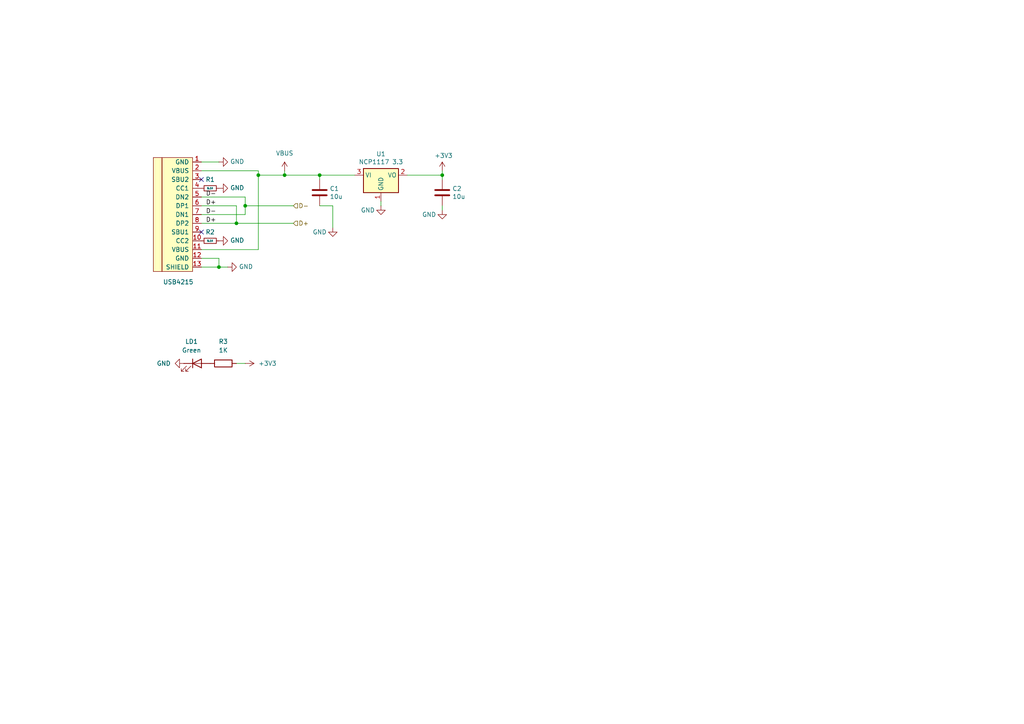
<source format=kicad_sch>
(kicad_sch (version 20250114) (generator "eeschema") (generator_version "9.0")
  (paper "A4")
  (title_block (title "MiniFRANK RM1E") (date "2025-03-24") (rev "1.00") (company "Mikhail Matveev") (comment 1 "https://github.com/xtremespb/frank"))
  (lib_symbols
    (symbol "+3V3_1" (power) (pin_numbers (hide yes)) (pin_names (offset 0) (hide yes))
      (property "Value" "+3V3" (at 0 3.556 0))
      (symbol "+3V3_1_0_1"
        (polyline (pts (xy -0.762 1.27) (xy 0 2.54)))
        (polyline (pts (xy 0 2.54) (xy 0.762 1.27)))
        (polyline (pts (xy 0 0) (xy 0 2.54)))
      )
      (symbol "+3V3_1_1_1"
        (pin power_in line (at 0 0 90) (length 0) (name "~") (number "1"))
      )
    )
    (symbol "Device:C" (pin_numbers (hide yes)) (pin_names (offset 0.254))
      (property "Reference" "C" (at 0.635 2.54 0))
      (property "Value" "C" (at 0.635 -2.54 0))
      (symbol "C_0_1"
        (polyline (pts (xy -2.032 0.762) (xy 2.032 0.762)) (stroke (width 0.508)))
        (polyline (pts (xy -2.032 -0.762) (xy 2.032 -0.762)) (stroke (width 0.508)))
      )
      (symbol "C_1_1"
        (pin passive line (at 0 3.81 270) (length 2.794) (name "~") (number "1"))
        (pin passive line (at 0 -3.81 90) (length 2.794) (name "~") (number "2"))
      )
    )
    (symbol "Device:LED" (pin_numbers (hide yes)) (pin_names (offset 1.016) (hide yes))
      (property "Reference" "D" (at 0 2.54 0))
      (property "Value" "LED" (at 0 -2.54 0))
      (symbol "LED_0_1"
        (polyline (pts (xy -3.048 -0.762) (xy -4.572 -2.286) (xy -3.81 -2.286) (xy -4.572 -2.286) (xy -4.572 -1.524)))
        (polyline (pts (xy -1.778 -0.762) (xy -3.302 -2.286) (xy -2.54 -2.286) (xy -3.302 -2.286) (xy -3.302 -1.524)))
        (polyline (pts (xy -1.27 0) (xy 1.27 0)))
        (polyline (pts (xy -1.27 -1.27) (xy -1.27 1.27)) (stroke (width 0.254)))
        (polyline (pts (xy 1.27 -1.27) (xy 1.27 1.27) (xy -1.27 0) (xy 1.27 -1.27)) (stroke (width 0.254)))
      )
      (symbol "LED_1_1"
        (pin passive line (at -3.81 0 0) (length 2.54) (name "K") (number "1"))
        (pin passive line (at 3.81 0 180) (length 2.54) (name "A") (number "2"))
      )
    )
    (symbol "Device:R" (pin_numbers (hide yes)) (pin_names (offset 0))
      (property "Reference" "R" (at 2.032 0 90))
      (property "Value" "R" (at 0 0 90))
      (symbol "R_0_1"
        (rectangle (start -1.016 -2.54) (end 1.016 2.54) (stroke (width 0.254)))
      )
      (symbol "R_1_1"
        (pin passive line (at 0 3.81 270) (length 1.27) (name "~") (number "1"))
        (pin passive line (at 0 -3.81 90) (length 1.27) (name "~") (number "2"))
      )
    )
    (symbol "Device:R_Small" (pin_numbers (hide yes)) (pin_names (offset 0.254) (hide yes))
      (property "Reference" "R" (at 0.762 0.508 0))
      (property "Value" "R_Small" (at 0.762 -1.016 0))
      (symbol "R_Small_0_1"
        (rectangle (start -0.762 1.778) (end 0.762 -1.778) (stroke (width 0.2032)))
      )
      (symbol "R_Small_1_1"
        (pin passive line (at 0 2.54 270) (length 0.762) (name "~") (number "1"))
        (pin passive line (at 0 -2.54 90) (length 0.762) (name "~") (number "2"))
      )
    )
    (symbol "FRANK:USB-C" (pin_names (offset 1.016))
      (property "Value" "USB Type C" (at 0.254 -20.828 0))
      (symbol "USB-C_0_1"
        (rectangle (start -11.43 15.24) (end -8.89 -17.78) (fill (type background)))
        (rectangle (start 0 -17.78) (end -8.89 15.24) (fill (type background)))
      )
      (symbol "USB-C_1_1"
        (pin input line (at 2.54 13.97 180) (length 2.54) (name "GND") (number "1"))
        (pin input line (at 2.54 11.43 180) (length 2.54) (name "VBUS") (number "2"))
        (pin input line (at 2.54 8.89 180) (length 2.54) (name "SBU2") (number "3"))
        (pin input line (at 2.54 6.35 180) (length 2.54) (name "CC1") (number "4"))
        (pin input line (at 2.54 3.81 180) (length 2.54) (name "DN2") (number "5"))
        (pin input line (at 2.54 1.27 180) (length 2.54) (name "DP1") (number "6"))
        (pin input line (at 2.54 -1.27 180) (length 2.54) (name "DN1") (number "7"))
        (pin input line (at 2.54 -3.81 180) (length 2.54) (name "DP2") (number "8"))
        (pin input line (at 2.54 -6.35 180) (length 2.54) (name "SBU1") (number "9"))
        (pin input line (at 2.54 -8.89 180) (length 2.54) (name "CC2") (number "10"))
        (pin input line (at 2.54 -11.43 180) (length 2.54) (name "VBUS") (number "11"))
        (pin input line (at 2.54 -13.97 180) (length 2.54) (name "GND") (number "12"))
        (pin input line (at 2.54 -16.51 180) (length 2.54) (name "SHIELD") (number "13"))
      )
    )
    (symbol "GND_1" (power) (pin_numbers (hide yes)) (pin_names (offset 0) (hide yes))
      (property "Value" "GND" (at 0 -3.81 0))
      (symbol "GND_1_0_1"
        (polyline (pts (xy 0 0) (xy 0 -1.27) (xy 1.27 -1.27) (xy 0 -2.54) (xy -1.27 -1.27) (xy 0 -1.27)))
      )
      (symbol "GND_1_1_1"
        (pin power_in line (at 0 0 270) (length 0) (name "~") (number "1"))
      )
    )
    (symbol "GND_2" (power) (pin_numbers (hide yes)) (pin_names (offset 0) (hide yes))
      (property "Value" "GND" (at 0 -3.81 0))
      (symbol "GND_2_0_1"
        (polyline (pts (xy 0 0) (xy 0 -1.27) (xy 1.27 -1.27) (xy 0 -2.54) (xy -1.27 -1.27) (xy 0 -1.27)))
      )
      (symbol "GND_2_1_1"
        (pin power_in line (at 0 0 270) (length 0) (name "~") (number "1"))
      )
    )
    (symbol "GND_3" (power) (pin_numbers (hide yes)) (pin_names (offset 0) (hide yes))
      (property "Value" "GND" (at 0 -3.81 0))
      (symbol "GND_3_0_1"
        (polyline (pts (xy 0 0) (xy 0 -1.27) (xy 1.27 -1.27) (xy 0 -2.54) (xy -1.27 -1.27) (xy 0 -1.27)))
      )
      (symbol "GND_3_1_1"
        (pin power_in line (at 0 0 270) (length 0) (name "~") (number "1"))
      )
    )
    (symbol "GND_4" (power) (pin_numbers (hide yes)) (pin_names (offset 0) (hide yes))
      (property "Value" "GND" (at 0 -3.81 0))
      (symbol "GND_4_0_1"
        (polyline (pts (xy 0 0) (xy 0 -1.27) (xy 1.27 -1.27) (xy 0 -2.54) (xy -1.27 -1.27) (xy 0 -1.27)))
      )
      (symbol "GND_4_1_1"
        (pin power_in line (at 0 0 270) (length 0) (name "~") (number "1"))
      )
    )
    (symbol "GND_5" (power) (pin_numbers (hide yes)) (pin_names (offset 0) (hide yes))
      (property "Value" "GND" (at 0 -3.81 0))
      (symbol "GND_5_0_1"
        (polyline (pts (xy 0 0) (xy 0 -1.27) (xy 1.27 -1.27) (xy 0 -2.54) (xy -1.27 -1.27) (xy 0 -1.27)))
      )
      (symbol "GND_5_1_1"
        (pin power_in line (at 0 0 270) (length 0) (name "~") (number "1"))
      )
    )
    (symbol "GND_6" (power) (pin_numbers (hide yes)) (pin_names (offset 0) (hide yes))
      (property "Value" "GND" (at 0 -3.81 0))
      (symbol "GND_6_0_1"
        (polyline (pts (xy 0 0) (xy 0 -1.27) (xy 1.27 -1.27) (xy 0 -2.54) (xy -1.27 -1.27) (xy 0 -1.27)))
      )
      (symbol "GND_6_1_1"
        (pin power_in line (at 0 0 270) (length 0) (name "~") (number "1"))
      )
    )
    (symbol "GND_7" (power) (pin_numbers (hide yes)) (pin_names (offset 0) (hide yes))
      (property "Value" "GND" (at 0 -3.81 0))
      (symbol "GND_7_0_1"
        (polyline (pts (xy 0 0) (xy 0 -1.27) (xy 1.27 -1.27) (xy 0 -2.54) (xy -1.27 -1.27) (xy 0 -1.27)))
      )
      (symbol "GND_7_1_1"
        (pin power_in line (at 0 0 270) (length 0) (name "~") (number "1"))
      )
    )
    (symbol "Regulator_Linear:NCP1117-3.3_SOT223"
      (property "Reference" "U" (at -3.81 3.175 0))
      (property "Value" "NCP1117-3.3_SOT223" (at 0 3.175 0))
      (symbol "NCP1117-3.3_SOT223_0_1"
        (rectangle (start -5.08 -5.08) (end 5.08 1.905) (stroke (width 0.254)) (fill (type background)))
      )
      (symbol "NCP1117-3.3_SOT223_1_1"
        (pin power_in line (at -7.62 0 0) (length 2.54) (name "VI") (number "3"))
        (pin power_in line (at 0 -7.62 90) (length 2.54) (name "GND") (number "1"))
        (pin power_out line (at 7.62 0 180) (length 2.54) (name "VO") (number "2"))
      )
    )
    (symbol "power:+3V3" (power) (pin_numbers (hide yes)) (pin_names (offset 0) (hide yes))
      (property "Value" "+3V3" (at 0 3.556 0))
      (symbol "+3V3_0_1"
        (polyline (pts (xy -0.762 1.27) (xy 0 2.54)))
        (polyline (pts (xy 0 2.54) (xy 0.762 1.27)))
        (polyline (pts (xy 0 0) (xy 0 2.54)))
      )
      (symbol "+3V3_1_1"
        (pin power_in line (at 0 0 90) (length 0) (name "~") (number "1"))
      )
    )
    (symbol "power:GND" (power) (pin_numbers (hide yes)) (pin_names (offset 0) (hide yes))
      (property "Value" "GND" (at 0 -3.81 0))
      (symbol "GND_0_1"
        (polyline (pts (xy 0 0) (xy 0 -1.27) (xy 1.27 -1.27) (xy 0 -2.54) (xy -1.27 -1.27) (xy 0 -1.27)))
      )
      (symbol "GND_1_1"
        (pin power_in line (at 0 0 270) (length 0) (name "~") (number "1"))
      )
    )
    (symbol "power:VBUS" (power) (pin_numbers (hide yes)) (pin_names (offset 0) (hide yes))
      (property "Value" "VBUS" (at 0 3.556 0))
      (symbol "VBUS_0_1"
        (polyline (pts (xy -0.762 1.27) (xy 0 2.54)))
        (polyline (pts (xy 0 2.54) (xy 0.762 1.27)))
        (polyline (pts (xy 0 0) (xy 0 2.54)))
      )
      (symbol "VBUS_1_1"
        (pin power_in line (at 0 0 90) (length 0) (name "~") (number "1"))
      )
    )
  )
  (junction (at 74.93 50.8))
  (junction (at 68.58 64.77))
  (junction (at 82.55 50.8))
  (junction (at 92.71 50.8))
  (junction (at 63.5 77.47))
  (junction (at 128.27 50.8))
  (junction (at 71.12 59.69))
  (no_connect (at 58.42 67.31))
  (no_connect (at 58.42 52.07))
  (wire (pts (xy 58.42 49.53) (xy 74.93 49.53)))
  (wire (pts (xy 58.42 59.69) (xy 68.58 59.69)))
  (wire (pts (xy 82.55 50.8) (xy 92.71 50.8)))
  (wire (pts (xy 102.87 50.8) (xy 92.71 50.8)))
  (wire (pts (xy 128.27 50.8) (xy 128.27 49.53)))
  (wire (pts (xy 63.5 77.47) (xy 66.04 77.47)))
  (wire (pts (xy 82.55 49.53) (xy 82.55 50.8)))
  (wire (pts (xy 63.5 74.93) (xy 63.5 77.47)))
  (wire (pts (xy 74.93 72.39) (xy 58.42 72.39)))
  (wire (pts (xy 92.71 52.07) (xy 92.71 50.8)))
  (wire (pts (xy 128.27 52.07) (xy 128.27 50.8)))
  (wire (pts (xy 96.52 59.69) (xy 92.71 59.69)))
  (wire (pts (xy 118.11 50.8) (xy 128.27 50.8)))
  (wire (pts (xy 58.42 57.15) (xy 71.12 57.15)))
  (wire (pts (xy 58.42 62.23) (xy 71.12 62.23)))
  (wire (pts (xy 71.12 59.69) (xy 85.09 59.69)))
  (wire (pts (xy 74.93 50.8) (xy 74.93 72.39)))
  (wire (pts (xy 74.93 49.53) (xy 74.93 50.8)))
  (wire (pts (xy 71.12 59.69) (xy 71.12 62.23)))
  (wire (pts (xy 58.42 46.99) (xy 63.5 46.99)))
  (wire (pts (xy 128.27 59.69) (xy 128.27 60.96)))
  (wire (pts (xy 58.42 77.47) (xy 63.5 77.47)))
  (wire (pts (xy 58.42 64.77) (xy 68.58 64.77)))
  (wire (pts (xy 96.52 59.69) (xy 96.52 66.04)))
  (wire (pts (xy 58.42 74.93) (xy 63.5 74.93)))
  (wire (pts (xy 71.12 57.15) (xy 71.12 59.69)))
  (wire (pts (xy 68.58 105.41) (xy 71.12 105.41)))
  (wire (pts (xy 74.93 50.8) (xy 82.55 50.8)))
  (wire (pts (xy 110.49 58.42) (xy 110.49 59.69)))
  (wire (pts (xy 68.58 64.77) (xy 85.09 64.77)))
  (wire (pts (xy 68.58 59.69) (xy 68.58 64.77)))
  (label "D-" (at 59.69 62.23 0))
  (label "D+" (at 59.69 64.77 0))
  (label "D-" (at 59.69 57.15 0))
  (label "D+" (at 59.69 59.69 0))
  (hierarchical_label "D-" (shape input) (at 85.09 59.69 0))
  (hierarchical_label "D+" (shape input) (at 85.09 64.77 0))
  (symbol (lib_name "GND_3") (lib_id "power:GND") (at 96.52 66.04 0) (unit 1)
    (property "Reference" "#PWR012" (effects (hide yes)))
    (property "Value" "GND" (at 92.71 67.31 0))
    (property "Description" "Power symbol creates a global label with name \"GND\" , ground" (effects (hide yes)))
  )
  (symbol (lib_id "power:VBUS") (at 82.55 49.53 0) (unit 1)
    (property "Reference" "#PWR07" (effects (hide yes)))
    (property "Value" "VBUS" (at 82.55 44.45 0))
    (property "Description" "Power symbol creates a global label with name \"VBUS\"" (effects (hide yes)))
  )
  (symbol (lib_name "GND_5") (lib_id "power:GND") (at 63.5 69.85 90) (unit 1)
    (property "Reference" "#PWR013" (effects (hide yes)))
    (property "Value" "GND" (at 66.7512 69.723 90) (effects (justify right)))
    (property "Description" "Power symbol creates a global label with name \"GND\" , ground" (effects (hide yes)))
  )
  (symbol (lib_name "GND_2") (lib_id "power:GND") (at 53.34 105.41 270) (unit 1)
    (property "Reference" "#PWR015" (effects (hide yes)))
    (property "Value" "GND" (at 49.53 105.4099 90) (effects (justify right)))
    (property "Description" "Power symbol creates a global label with name \"GND\" , ground" (effects (hide yes)))
  )
  (symbol (lib_id "Device:LED") (at 57.15 105.41 0) (unit 1)
    (property "Reference" "LD1" (at 55.5625 99.06 0))
    (property "Value" "Green" (at 55.5625 101.6 0))
    (property "Footprint" "FRANK:LED (0805)" (effects (hide yes)))
    (property "Datasheet" "https://www.farnell.com/datasheets/1760130.pdf" (effects (hide yes)))
    (property "Description" "Light emitting diode" (effects (hide yes)))
    (property "AliExpress" "https://www.aliexpress.com/item/1005005975741298.html" (effects (hide yes)))
    (property "Sim.Pins" "1=K 2=A" (effects (hide yes)))
  )
  (symbol (lib_id "Regulator_Linear:NCP1117-3.3_SOT223") (at 110.49 50.8 0) (unit 1)
    (property "Reference" "U1" (at 110.49 44.6532 0))
    (property "Value" "NCP1117 3.3" (at 110.49 46.9646 0))
    (property "Footprint" "FRANK:SOT-223" (effects (hide yes)))
    (property "Datasheet" "http://www.onsemi.com/pub_link/Collateral/NCP1117-D.PDF" (effects (hide yes)))
    (property "AliExpress" "https://www.aliexpress.com/item/1005005802338707.html" (effects (hide yes)))
  )
  (symbol (lib_id "Device:C") (at 128.27 55.88 0) (unit 1)
    (property "Reference" "C2" (at 131.191 54.7116 0) (effects (justify left)))
    (property "Value" "10u" (at 131.191 57.023 0) (effects (justify left)))
    (property "Footprint" "FRANK:Capacitor (0805)" (effects (hide yes)))
    (property "Datasheet" "https://eu.mouser.com/datasheet/2/40/KGM_X7R-3223212.pdf" (effects (hide yes)))
    (property "AliExpress" "https://www.aliexpress.com/item/33008008276.html" (effects (hide yes)))
  )
  (symbol (lib_id "FRANK:USB-C") (at 55.88 60.96 0) (unit 1)
    (property "Reference" "J3" (effects (hide yes)))
    (property "Value" "USB4215" (at 56.134 81.788 0) (effects (justify right)))
    (property "Footprint" "FRANK:USB Type C" (effects (hide yes)))
    (property "Datasheet" "https://eu.mouser.com/datasheet/2/837/usb4215-3472997.pdf" (effects (hide yes)))
    (property "LCSC" "C165948" (effects (hide yes)))
    (property "AliExpress" "https://www.aliexpress.com/item/1005005500797563.html" (effects (hide yes)))
  )
  (symbol (lib_id "Device:C") (at 92.71 55.88 0) (unit 1)
    (property "Reference" "C1" (at 95.631 54.7116 0) (effects (justify left)))
    (property "Value" "10u" (at 95.631 57.023 0) (effects (justify left)))
    (property "Footprint" "FRANK:Capacitor (0805)" (effects (hide yes)))
    (property "Datasheet" "https://eu.mouser.com/datasheet/2/40/KGM_X7R-3223212.pdf" (effects (hide yes)))
    (property "AliExpress" "https://www.aliexpress.com/item/33008008276.html" (effects (hide yes)))
  )
  (symbol (lib_id "Device:R") (at 64.77 105.41 90) (unit 1)
    (property "Reference" "R3" (at 64.77 99.06 90))
    (property "Value" "1K" (at 64.77 101.6 90))
    (property "Footprint" "FRANK:Resistor (0805)" (effects (hide yes)))
    (property "Datasheet" "https://www.vishay.com/docs/28952/mcs0402at-mct0603at-mcu0805at-mca1206at.pdf" (effects (hide yes)))
    (property "Description" "Resistor" (effects (hide yes)))
    (property "AliExpress" "https://www.aliexpress.com/item/1005005945735199.html" (effects (hide yes)))
  )
  (symbol (lib_id "Device:R_Small") (at 60.96 69.85 270) (unit 1)
    (property "Reference" "R2" (at 60.96 67.31 90))
    (property "Value" "5.1K" (at 60.96 69.85 90) (effects (font (size 0.508 0.508))))
    (property "Footprint" "FRANK:Resistor (0805)" (effects (hide yes)))
    (property "Datasheet" "https://www.vishay.com/docs/28952/mcs0402at-mct0603at-mcu0805at-mca1206at.pdf" (effects (hide yes)))
    (property "LCSC" " " (effects (hide yes)))
    (property "AliExpress" "https://www.aliexpress.com/item/1005005945735199.html" (effects (hide yes)))
  )
  (symbol (lib_name "GND_6") (lib_id "power:GND") (at 63.5 54.61 90) (unit 1)
    (property "Reference" "#PWR09" (effects (hide yes)))
    (property "Value" "GND" (at 66.7512 54.483 90) (effects (justify right)))
    (property "Description" "Power symbol creates a global label with name \"GND\" , ground" (effects (hide yes)))
  )
  (symbol (lib_name "GND_1") (lib_id "power:GND") (at 128.27 60.96 0) (unit 1)
    (property "Reference" "#PWR011" (effects (hide yes)))
    (property "Value" "GND" (at 124.46 62.23 0))
    (property "Description" "Power symbol creates a global label with name \"GND\" , ground" (effects (hide yes)))
  )
  (symbol (lib_id "power:+3V3") (at 128.27 49.53 0) (unit 1)
    (property "Reference" "#PWR08" (effects (hide yes)))
    (property "Value" "+3V3" (at 128.651 45.1358 0))
    (property "Description" "Power symbol creates a global label with name \"+3V3\"" (effects (hide yes)))
  )
  (symbol (lib_id "Device:R_Small") (at 60.96 54.61 270) (unit 1)
    (property "Reference" "R1" (at 60.96 52.07 90))
    (property "Value" "5.1K" (at 60.96 54.61 90) (effects (font (size 0.508 0.508))))
    (property "Footprint" "FRANK:Resistor (0805)" (effects (hide yes)))
    (property "Datasheet" "https://www.vishay.com/docs/28952/mcs0402at-mct0603at-mcu0805at-mca1206at.pdf" (effects (hide yes)))
    (property "LCSC" " " (effects (hide yes)))
    (property "AliExpress" "https://www.aliexpress.com/item/1005005945735199.html" (effects (hide yes)))
  )
  (symbol (lib_id "power:GND") (at 63.5 46.99 90) (unit 1)
    (property "Reference" "#PWR06" (effects (hide yes)))
    (property "Value" "GND" (at 66.7512 46.863 90) (effects (justify right)))
    (property "Description" "Power symbol creates a global label with name \"GND\" , ground" (effects (hide yes)))
  )
  (symbol (lib_name "GND_7") (lib_id "power:GND") (at 66.04 77.47 90) (unit 1)
    (property "Reference" "#PWR014" (effects (hide yes)))
    (property "Value" "GND" (at 69.2912 77.343 90) (effects (justify right)))
    (property "Description" "Power symbol creates a global label with name \"GND\" , ground" (effects (hide yes)))
  )
  (symbol (lib_name "+3V3_1") (lib_id "power:+3V3") (at 71.12 105.41 270) (unit 1)
    (property "Reference" "#PWR016" (effects (hide yes)))
    (property "Value" "+3V3" (at 74.93 105.4099 90) (effects (justify left)))
    (property "Description" "Power symbol creates a global label with name \"+3V3\"" (effects (hide yes)))
  )
  (symbol (lib_name "GND_4") (lib_id "power:GND") (at 110.49 59.69 0) (unit 1)
    (property "Reference" "#PWR010" (effects (hide yes)))
    (property "Value" "GND" (at 106.68 60.96 0))
    (property "Description" "Power symbol creates a global label with name \"GND\" , ground" (effects (hide yes)))
  )
)
</source>
